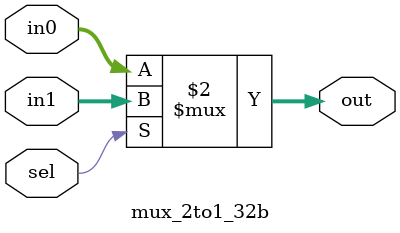
<source format=v>
module mux_2to1_32b(out, in0, in1, sel);

	output [31:0] out;
	input [31:0] in0, in1;
	input sel;

	assign out = sel==0?in0:in1;

endmodule
</source>
